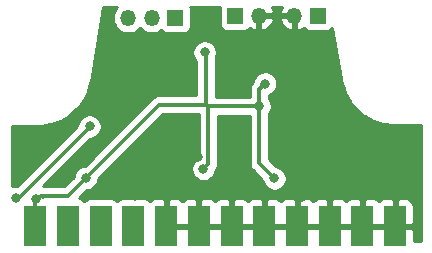
<source format=gbr>
%TF.GenerationSoftware,KiCad,Pcbnew,(5.1.6)-1*%
%TF.CreationDate,2020-08-13T12:17:14+01:00*%
%TF.ProjectId,open-amiga-sampler-smd,6f70656e-2d61-46d6-9967-612d73616d70,rev?*%
%TF.SameCoordinates,Original*%
%TF.FileFunction,Copper,L2,Bot*%
%TF.FilePolarity,Positive*%
%FSLAX46Y46*%
G04 Gerber Fmt 4.6, Leading zero omitted, Abs format (unit mm)*
G04 Created by KiCad (PCBNEW (5.1.6)-1) date 2020-08-13 12:17:14*
%MOMM*%
%LPD*%
G01*
G04 APERTURE LIST*
%TA.AperFunction,ComponentPad*%
%ADD10O,1.350000X1.350000*%
%TD*%
%TA.AperFunction,ComponentPad*%
%ADD11R,1.350000X1.350000*%
%TD*%
%TA.AperFunction,SMDPad,CuDef*%
%ADD12R,1.846667X3.480000*%
%TD*%
%TA.AperFunction,ViaPad*%
%ADD13C,0.800000*%
%TD*%
%TA.AperFunction,Conductor*%
%ADD14C,0.350000*%
%TD*%
%TA.AperFunction,Conductor*%
%ADD15C,0.250000*%
%TD*%
%TA.AperFunction,Conductor*%
%ADD16C,0.254000*%
%TD*%
G04 APERTURE END LIST*
D10*
%TO.P,RV1,3*%
%TO.N,Vo*%
X90932500Y-131381500D03*
%TO.P,RV1,2*%
X92932500Y-131381500D03*
D11*
%TO.P,RV1,1*%
%TO.N,Net-(R4-Pad1)*%
X94932500Y-131381500D03*
%TD*%
D10*
%TO.P,J2,2*%
%TO.N,GND*%
X102000000Y-131191000D03*
D11*
%TO.P,J2,1*%
%TO.N,Net-(J2-Pad1)*%
X100000000Y-131191000D03*
%TD*%
D10*
%TO.P,J1,2*%
%TO.N,GND*%
X105010200Y-131191000D03*
D11*
%TO.P,J1,1*%
%TO.N,Net-(J1-Pad1)*%
X107010200Y-131191000D03*
%TD*%
D12*
%TO.P,J3,14*%
%TO.N,VCC*%
X83063000Y-149034500D03*
%TO.P,J3,15*%
%TO.N,Net-(J3-Pad15)*%
X85833000Y-149034500D03*
%TO.P,J3,16*%
%TO.N,Net-(J3-Pad16)*%
X88603000Y-149034500D03*
%TO.P,J3,17*%
%TO.N,Net-(J3-Pad17)*%
X91373000Y-149034500D03*
%TO.P,J3,18*%
%TO.N,GND*%
X94143000Y-149034500D03*
%TO.P,J3,19*%
X96913000Y-149034500D03*
%TO.P,J3,20*%
X99683000Y-149034500D03*
%TO.P,J3,21*%
X102453000Y-149034500D03*
%TO.P,J3,22*%
X105223000Y-149034500D03*
%TO.P,J3,23*%
X107993000Y-149034500D03*
%TO.P,J3,24*%
X110763000Y-149034500D03*
%TO.P,J3,25*%
X113533000Y-149034500D03*
%TD*%
D13*
%TO.N,GND*%
X91757500Y-135445500D03*
X94869000Y-136334500D03*
X95377000Y-139827000D03*
X96647000Y-145542000D03*
X103759000Y-142113000D03*
X105664000Y-146558000D03*
X109855000Y-146367500D03*
X114617500Y-142201900D03*
X114795300Y-146291300D03*
X102108000Y-134747000D03*
X97828100Y-132359400D03*
X91884500Y-143764000D03*
X82042000Y-143319500D03*
X105981500Y-138112500D03*
X94107000Y-146494500D03*
X91503500Y-146431000D03*
X96837501Y-143192500D03*
%TO.N,VCC*%
X102028788Y-138851009D03*
X97409000Y-134302500D03*
X83121500Y-146748500D03*
X103314500Y-144970500D03*
X102520750Y-136937750D03*
X87348910Y-144934090D03*
X97300250Y-144159380D03*
%TO.N,STROBE*%
X81407000Y-146621500D03*
X87665451Y-140562869D03*
%TD*%
D14*
%TO.N,VCC*%
X97513000Y-138747500D02*
X97513000Y-134135000D01*
D15*
X83566000Y-146431000D02*
X83693000Y-146558000D01*
D14*
X83063000Y-149860000D02*
X83063000Y-146997500D01*
X83063000Y-146997500D02*
X83502500Y-146558000D01*
X102028788Y-143684788D02*
X103314500Y-144970500D01*
X102028788Y-138851009D02*
X102028788Y-143684788D01*
X99671509Y-138851009D02*
X102028788Y-138851009D01*
X97513000Y-138747500D02*
X97616509Y-138851009D01*
X97616509Y-138851009D02*
X99671509Y-138851009D01*
X97513000Y-138747500D02*
X93535500Y-138747500D01*
X85852000Y-146431000D02*
X83566000Y-146431000D01*
X93535500Y-138747500D02*
X85852000Y-146431000D01*
X102028788Y-138851009D02*
X102028788Y-137429712D01*
X102028788Y-137429712D02*
X102520750Y-136937750D01*
X97513000Y-138747500D02*
X97700249Y-138934749D01*
X97155000Y-144272000D02*
X97267620Y-144159380D01*
X97700249Y-138934749D02*
X97700249Y-143759381D01*
X97700249Y-143759381D02*
X97300250Y-144159380D01*
X97267620Y-144159380D02*
X97300250Y-144159380D01*
D15*
%TO.N,STROBE*%
X87607242Y-140675258D02*
X87607242Y-140621078D01*
X81407000Y-146875500D02*
X81407000Y-146821320D01*
X87607242Y-140621078D02*
X87665451Y-140562869D01*
X81407000Y-146821320D02*
X87265452Y-140962868D01*
X87265452Y-140962868D02*
X87665451Y-140562869D01*
%TD*%
D16*
%TO.N,GND*%
G36*
X89914956Y-130546423D02*
G01*
X89771593Y-130760982D01*
X89672842Y-130999387D01*
X89622500Y-131252476D01*
X89622500Y-131510524D01*
X89672842Y-131763613D01*
X89771593Y-132002018D01*
X89914956Y-132216577D01*
X90097423Y-132399044D01*
X90311982Y-132542407D01*
X90550387Y-132641158D01*
X90803476Y-132691500D01*
X91061524Y-132691500D01*
X91314613Y-132641158D01*
X91553018Y-132542407D01*
X91767577Y-132399044D01*
X91932500Y-132234121D01*
X92097423Y-132399044D01*
X92311982Y-132542407D01*
X92550387Y-132641158D01*
X92803476Y-132691500D01*
X93061524Y-132691500D01*
X93314613Y-132641158D01*
X93553018Y-132542407D01*
X93735013Y-132420803D01*
X93806315Y-132507685D01*
X93903006Y-132587037D01*
X94013320Y-132646002D01*
X94133018Y-132682312D01*
X94257500Y-132694572D01*
X95607500Y-132694572D01*
X95731982Y-132682312D01*
X95851680Y-132646002D01*
X95961994Y-132587037D01*
X96058685Y-132507685D01*
X96138037Y-132410994D01*
X96197002Y-132300680D01*
X96233312Y-132180982D01*
X96245572Y-132056500D01*
X96245572Y-130706500D01*
X96233312Y-130582018D01*
X96202062Y-130479000D01*
X98690572Y-130479000D01*
X98686928Y-130516000D01*
X98686928Y-131866000D01*
X98699188Y-131990482D01*
X98735498Y-132110180D01*
X98794463Y-132220494D01*
X98873815Y-132317185D01*
X98970506Y-132396537D01*
X99080820Y-132455502D01*
X99200518Y-132491812D01*
X99325000Y-132504072D01*
X100675000Y-132504072D01*
X100799482Y-132491812D01*
X100919180Y-132455502D01*
X101029494Y-132396537D01*
X101126185Y-132317185D01*
X101203119Y-132223441D01*
X101336371Y-132320473D01*
X101569472Y-132428238D01*
X101670600Y-132458910D01*
X101873000Y-132335224D01*
X101873000Y-131318000D01*
X102127000Y-131318000D01*
X102127000Y-132335224D01*
X102329400Y-132458910D01*
X102430528Y-132428238D01*
X102663629Y-132320473D01*
X102871227Y-132169303D01*
X103045344Y-131980537D01*
X103179289Y-131761430D01*
X103267915Y-131520401D01*
X103742285Y-131520401D01*
X103830911Y-131761430D01*
X103964856Y-131980537D01*
X104138973Y-132169303D01*
X104346571Y-132320473D01*
X104579672Y-132428238D01*
X104680800Y-132458910D01*
X104883200Y-132335224D01*
X104883200Y-131318000D01*
X103865115Y-131318000D01*
X103742285Y-131520401D01*
X103267915Y-131520401D01*
X103145085Y-131318000D01*
X102127000Y-131318000D01*
X101873000Y-131318000D01*
X101853000Y-131318000D01*
X101853000Y-131064000D01*
X101873000Y-131064000D01*
X101873000Y-131044000D01*
X102127000Y-131044000D01*
X102127000Y-131064000D01*
X103145085Y-131064000D01*
X103267915Y-130861599D01*
X103179289Y-130620570D01*
X103092744Y-130479000D01*
X103917456Y-130479000D01*
X103830911Y-130620570D01*
X103742285Y-130861599D01*
X103865115Y-131064000D01*
X104883200Y-131064000D01*
X104883200Y-131044000D01*
X105137200Y-131044000D01*
X105137200Y-131064000D01*
X105157200Y-131064000D01*
X105157200Y-131318000D01*
X105137200Y-131318000D01*
X105137200Y-132335224D01*
X105339600Y-132458910D01*
X105440728Y-132428238D01*
X105673829Y-132320473D01*
X105807081Y-132223441D01*
X105884015Y-132317185D01*
X105980706Y-132396537D01*
X106091020Y-132455502D01*
X106210718Y-132491812D01*
X106335200Y-132504072D01*
X107685200Y-132504072D01*
X107809682Y-132491812D01*
X107929380Y-132455502D01*
X108039694Y-132396537D01*
X108136385Y-132317185D01*
X108170166Y-132276023D01*
X109061408Y-136952801D01*
X109089983Y-137049802D01*
X109093018Y-137055591D01*
X109277322Y-137640190D01*
X109300529Y-137694602D01*
X109322510Y-137749539D01*
X109326972Y-137757999D01*
X109676022Y-138408779D01*
X109710573Y-138460376D01*
X109744386Y-138512429D01*
X109750404Y-138519859D01*
X109750407Y-138519863D01*
X109750411Y-138519867D01*
X110219210Y-139090449D01*
X110263126Y-139134354D01*
X110306406Y-139178848D01*
X110313755Y-139184970D01*
X110884460Y-139653633D01*
X110936063Y-139688169D01*
X110987165Y-139723412D01*
X110995563Y-139727990D01*
X111646430Y-140076876D01*
X111703733Y-140100720D01*
X111760731Y-140125377D01*
X111769858Y-140128236D01*
X112476095Y-140344058D01*
X112536964Y-140356323D01*
X112597641Y-140369434D01*
X112607150Y-140370466D01*
X113275746Y-140438295D01*
X113276711Y-140438588D01*
X113377347Y-140448500D01*
X115685107Y-140448500D01*
X115685100Y-150254500D01*
X115093307Y-150254500D01*
X115091333Y-149320250D01*
X114932583Y-149161500D01*
X113660000Y-149161500D01*
X113660000Y-149181500D01*
X113406000Y-149181500D01*
X113406000Y-149161500D01*
X110890000Y-149161500D01*
X110890000Y-149181500D01*
X110636000Y-149181500D01*
X110636000Y-149161500D01*
X108120000Y-149161500D01*
X108120000Y-149181500D01*
X107866000Y-149181500D01*
X107866000Y-149161500D01*
X105350000Y-149161500D01*
X105350000Y-149181500D01*
X105096000Y-149181500D01*
X105096000Y-149161500D01*
X102580000Y-149161500D01*
X102580000Y-149181500D01*
X102326000Y-149181500D01*
X102326000Y-149161500D01*
X99810000Y-149161500D01*
X99810000Y-149181500D01*
X99556000Y-149181500D01*
X99556000Y-149161500D01*
X97040000Y-149161500D01*
X97040000Y-149181500D01*
X96786000Y-149181500D01*
X96786000Y-149161500D01*
X94270000Y-149161500D01*
X94270000Y-149181500D01*
X94016000Y-149181500D01*
X94016000Y-149161500D01*
X93996000Y-149161500D01*
X93996000Y-148907500D01*
X94016000Y-148907500D01*
X94016000Y-146818250D01*
X94270000Y-146818250D01*
X94270000Y-148907500D01*
X96786000Y-148907500D01*
X96786000Y-146818250D01*
X97040000Y-146818250D01*
X97040000Y-148907500D01*
X99556000Y-148907500D01*
X99556000Y-146818250D01*
X99810000Y-146818250D01*
X99810000Y-148907500D01*
X102326000Y-148907500D01*
X102326000Y-146818250D01*
X102580000Y-146818250D01*
X102580000Y-148907500D01*
X105096000Y-148907500D01*
X105096000Y-146818250D01*
X105350000Y-146818250D01*
X105350000Y-148907500D01*
X107866000Y-148907500D01*
X107866000Y-146818250D01*
X108120000Y-146818250D01*
X108120000Y-148907500D01*
X110636000Y-148907500D01*
X110636000Y-146818250D01*
X110890000Y-146818250D01*
X110890000Y-148907500D01*
X113406000Y-148907500D01*
X113406000Y-146818250D01*
X113660000Y-146818250D01*
X113660000Y-148907500D01*
X114932583Y-148907500D01*
X115091333Y-148748750D01*
X115094405Y-147294500D01*
X115082145Y-147170018D01*
X115045835Y-147050320D01*
X114986870Y-146940006D01*
X114907518Y-146843315D01*
X114810827Y-146763963D01*
X114700513Y-146704998D01*
X114580815Y-146668688D01*
X114456333Y-146656428D01*
X113818750Y-146659500D01*
X113660000Y-146818250D01*
X113406000Y-146818250D01*
X113247250Y-146659500D01*
X112609667Y-146656428D01*
X112485185Y-146668688D01*
X112365487Y-146704998D01*
X112255173Y-146763963D01*
X112158482Y-146843315D01*
X112148000Y-146856087D01*
X112137518Y-146843315D01*
X112040827Y-146763963D01*
X111930513Y-146704998D01*
X111810815Y-146668688D01*
X111686333Y-146656428D01*
X111048750Y-146659500D01*
X110890000Y-146818250D01*
X110636000Y-146818250D01*
X110477250Y-146659500D01*
X109839667Y-146656428D01*
X109715185Y-146668688D01*
X109595487Y-146704998D01*
X109485173Y-146763963D01*
X109388482Y-146843315D01*
X109378000Y-146856087D01*
X109367518Y-146843315D01*
X109270827Y-146763963D01*
X109160513Y-146704998D01*
X109040815Y-146668688D01*
X108916333Y-146656428D01*
X108278750Y-146659500D01*
X108120000Y-146818250D01*
X107866000Y-146818250D01*
X107707250Y-146659500D01*
X107069667Y-146656428D01*
X106945185Y-146668688D01*
X106825487Y-146704998D01*
X106715173Y-146763963D01*
X106618482Y-146843315D01*
X106608000Y-146856087D01*
X106597518Y-146843315D01*
X106500827Y-146763963D01*
X106390513Y-146704998D01*
X106270815Y-146668688D01*
X106146333Y-146656428D01*
X105508750Y-146659500D01*
X105350000Y-146818250D01*
X105096000Y-146818250D01*
X104937250Y-146659500D01*
X104299667Y-146656428D01*
X104175185Y-146668688D01*
X104055487Y-146704998D01*
X103945173Y-146763963D01*
X103848482Y-146843315D01*
X103838000Y-146856087D01*
X103827518Y-146843315D01*
X103730827Y-146763963D01*
X103620513Y-146704998D01*
X103500815Y-146668688D01*
X103376333Y-146656428D01*
X102738750Y-146659500D01*
X102580000Y-146818250D01*
X102326000Y-146818250D01*
X102167250Y-146659500D01*
X101529667Y-146656428D01*
X101405185Y-146668688D01*
X101285487Y-146704998D01*
X101175173Y-146763963D01*
X101078482Y-146843315D01*
X101068000Y-146856087D01*
X101057518Y-146843315D01*
X100960827Y-146763963D01*
X100850513Y-146704998D01*
X100730815Y-146668688D01*
X100606333Y-146656428D01*
X99968750Y-146659500D01*
X99810000Y-146818250D01*
X99556000Y-146818250D01*
X99397250Y-146659500D01*
X98759667Y-146656428D01*
X98635185Y-146668688D01*
X98515487Y-146704998D01*
X98405173Y-146763963D01*
X98308482Y-146843315D01*
X98298000Y-146856087D01*
X98287518Y-146843315D01*
X98190827Y-146763963D01*
X98080513Y-146704998D01*
X97960815Y-146668688D01*
X97836333Y-146656428D01*
X97198750Y-146659500D01*
X97040000Y-146818250D01*
X96786000Y-146818250D01*
X96627250Y-146659500D01*
X95989667Y-146656428D01*
X95865185Y-146668688D01*
X95745487Y-146704998D01*
X95635173Y-146763963D01*
X95538482Y-146843315D01*
X95528000Y-146856087D01*
X95517518Y-146843315D01*
X95420827Y-146763963D01*
X95310513Y-146704998D01*
X95190815Y-146668688D01*
X95066333Y-146656428D01*
X94428750Y-146659500D01*
X94270000Y-146818250D01*
X94016000Y-146818250D01*
X93857250Y-146659500D01*
X93219667Y-146656428D01*
X93095185Y-146668688D01*
X92975487Y-146704998D01*
X92865173Y-146763963D01*
X92768482Y-146843315D01*
X92758000Y-146856087D01*
X92747518Y-146843315D01*
X92650827Y-146763963D01*
X92540513Y-146704998D01*
X92420815Y-146668688D01*
X92296333Y-146656428D01*
X90449667Y-146656428D01*
X90325185Y-146668688D01*
X90205487Y-146704998D01*
X90095173Y-146763963D01*
X89998482Y-146843315D01*
X89988000Y-146856087D01*
X89977518Y-146843315D01*
X89880827Y-146763963D01*
X89770513Y-146704998D01*
X89650815Y-146668688D01*
X89526333Y-146656428D01*
X87679667Y-146656428D01*
X87555185Y-146668688D01*
X87435487Y-146704998D01*
X87325173Y-146763963D01*
X87228482Y-146843315D01*
X87218000Y-146856087D01*
X87207518Y-146843315D01*
X87110827Y-146763963D01*
X87000513Y-146704998D01*
X86880815Y-146668688D01*
X86770672Y-146657840D01*
X87461551Y-145966961D01*
X87650808Y-145929316D01*
X87839166Y-145851295D01*
X88008684Y-145738027D01*
X88152847Y-145593864D01*
X88266115Y-145424346D01*
X88344136Y-145235988D01*
X88381781Y-145046731D01*
X93871013Y-139557500D01*
X96890249Y-139557500D01*
X96890250Y-143208932D01*
X96809994Y-143242175D01*
X96640476Y-143355443D01*
X96496313Y-143499606D01*
X96383045Y-143669124D01*
X96305024Y-143857482D01*
X96265250Y-144057441D01*
X96265250Y-144261319D01*
X96305024Y-144461278D01*
X96383045Y-144649636D01*
X96496313Y-144819154D01*
X96640476Y-144963317D01*
X96809994Y-145076585D01*
X96998352Y-145154606D01*
X97198311Y-145194380D01*
X97402189Y-145194380D01*
X97602148Y-145154606D01*
X97790506Y-145076585D01*
X97960024Y-144963317D01*
X98104187Y-144819154D01*
X98217455Y-144649636D01*
X98295476Y-144461278D01*
X98334956Y-144262799D01*
X98376998Y-144211570D01*
X98452212Y-144070854D01*
X98498529Y-143918169D01*
X98510249Y-143799172D01*
X98510249Y-143799170D01*
X98514168Y-143759382D01*
X98510249Y-143719594D01*
X98510249Y-139661009D01*
X101218788Y-139661009D01*
X101218789Y-143644990D01*
X101214869Y-143684788D01*
X101228168Y-143819811D01*
X101230509Y-143843576D01*
X101247349Y-143899090D01*
X101276826Y-143996261D01*
X101352039Y-144136977D01*
X101376320Y-144166563D01*
X101453261Y-144260316D01*
X101484171Y-144285683D01*
X102281629Y-145083141D01*
X102319274Y-145272398D01*
X102397295Y-145460756D01*
X102510563Y-145630274D01*
X102654726Y-145774437D01*
X102824244Y-145887705D01*
X103012602Y-145965726D01*
X103212561Y-146005500D01*
X103416439Y-146005500D01*
X103616398Y-145965726D01*
X103804756Y-145887705D01*
X103974274Y-145774437D01*
X104118437Y-145630274D01*
X104231705Y-145460756D01*
X104309726Y-145272398D01*
X104349500Y-145072439D01*
X104349500Y-144868561D01*
X104309726Y-144668602D01*
X104231705Y-144480244D01*
X104118437Y-144310726D01*
X103974274Y-144166563D01*
X103804756Y-144053295D01*
X103616398Y-143975274D01*
X103427141Y-143937629D01*
X102838788Y-143349276D01*
X102838788Y-139501709D01*
X102945993Y-139341265D01*
X103024014Y-139152907D01*
X103063788Y-138952948D01*
X103063788Y-138749070D01*
X103024014Y-138549111D01*
X102945993Y-138360753D01*
X102838788Y-138200309D01*
X102838788Y-137926291D01*
X103011006Y-137854955D01*
X103180524Y-137741687D01*
X103324687Y-137597524D01*
X103437955Y-137428006D01*
X103515976Y-137239648D01*
X103555750Y-137039689D01*
X103555750Y-136835811D01*
X103515976Y-136635852D01*
X103437955Y-136447494D01*
X103324687Y-136277976D01*
X103180524Y-136133813D01*
X103011006Y-136020545D01*
X102822648Y-135942524D01*
X102622689Y-135902750D01*
X102418811Y-135902750D01*
X102218852Y-135942524D01*
X102030494Y-136020545D01*
X101860976Y-136133813D01*
X101716813Y-136277976D01*
X101603545Y-136447494D01*
X101525524Y-136635852D01*
X101487879Y-136825109D01*
X101484171Y-136828817D01*
X101453261Y-136854184D01*
X101427896Y-136885092D01*
X101352039Y-136977523D01*
X101307940Y-137060028D01*
X101276826Y-137118239D01*
X101230509Y-137270924D01*
X101229093Y-137285302D01*
X101214869Y-137429712D01*
X101218789Y-137469510D01*
X101218789Y-138041009D01*
X98323000Y-138041009D01*
X98323000Y-134797553D01*
X98326205Y-134792756D01*
X98404226Y-134604398D01*
X98444000Y-134404439D01*
X98444000Y-134200561D01*
X98404226Y-134000602D01*
X98326205Y-133812244D01*
X98212937Y-133642726D01*
X98068774Y-133498563D01*
X97899256Y-133385295D01*
X97710898Y-133307274D01*
X97510939Y-133267500D01*
X97307061Y-133267500D01*
X97107102Y-133307274D01*
X96918744Y-133385295D01*
X96749226Y-133498563D01*
X96605063Y-133642726D01*
X96491795Y-133812244D01*
X96413774Y-134000602D01*
X96374000Y-134200561D01*
X96374000Y-134404439D01*
X96413774Y-134604398D01*
X96491795Y-134792756D01*
X96605063Y-134962274D01*
X96703001Y-135060212D01*
X96703000Y-137937500D01*
X93575288Y-137937500D01*
X93535500Y-137933581D01*
X93495712Y-137937500D01*
X93495709Y-137937500D01*
X93376712Y-137949220D01*
X93224027Y-137995537D01*
X93168498Y-138025218D01*
X93083310Y-138070751D01*
X93039798Y-138106461D01*
X92959972Y-138171972D01*
X92934605Y-138202882D01*
X87236269Y-143901219D01*
X87047012Y-143938864D01*
X86858654Y-144016885D01*
X86689136Y-144130153D01*
X86544973Y-144274316D01*
X86431705Y-144443834D01*
X86353684Y-144632192D01*
X86316039Y-144821449D01*
X85516488Y-145621000D01*
X83682121Y-145621000D01*
X87705253Y-141597869D01*
X87767390Y-141597869D01*
X87967349Y-141558095D01*
X88155707Y-141480074D01*
X88325225Y-141366806D01*
X88469388Y-141222643D01*
X88582656Y-141053125D01*
X88660677Y-140864767D01*
X88700451Y-140664808D01*
X88700451Y-140460930D01*
X88660677Y-140260971D01*
X88582656Y-140072613D01*
X88469388Y-139903095D01*
X88325225Y-139758932D01*
X88155707Y-139645664D01*
X87967349Y-139567643D01*
X87767390Y-139527869D01*
X87563512Y-139527869D01*
X87363553Y-139567643D01*
X87175195Y-139645664D01*
X87005677Y-139758932D01*
X86861514Y-139903095D01*
X86748246Y-140072613D01*
X86670225Y-140260971D01*
X86630451Y-140460930D01*
X86630451Y-140523067D01*
X81557383Y-145596136D01*
X81508939Y-145586500D01*
X81305061Y-145586500D01*
X81105102Y-145626274D01*
X81076000Y-145638329D01*
X81076000Y-140512000D01*
X83421846Y-140512000D01*
X83431814Y-140511018D01*
X83478318Y-140509660D01*
X83509940Y-140505624D01*
X83541806Y-140504845D01*
X83551291Y-140503613D01*
X84288139Y-140402671D01*
X84348524Y-140388285D01*
X84409123Y-140374739D01*
X84418188Y-140371688D01*
X85121397Y-140129547D01*
X85177857Y-140103697D01*
X85234651Y-140078647D01*
X85242951Y-140073894D01*
X85885735Y-139699777D01*
X85936098Y-139663453D01*
X85986946Y-139627848D01*
X85994164Y-139621574D01*
X86552041Y-139129731D01*
X86594403Y-139084302D01*
X86637352Y-139039514D01*
X86643214Y-139031957D01*
X87094933Y-138441123D01*
X87127636Y-138388377D01*
X87161098Y-138336053D01*
X87165380Y-138327502D01*
X87493736Y-137660181D01*
X87515574Y-137602080D01*
X87538233Y-137544260D01*
X87540773Y-137535039D01*
X87715801Y-136881800D01*
X87715803Y-136881797D01*
X87727629Y-136837657D01*
X87733258Y-136816649D01*
X87733260Y-136816638D01*
X87741972Y-136784119D01*
X88782701Y-130479000D01*
X89982379Y-130479000D01*
X89914956Y-130546423D01*
G37*
X89914956Y-130546423D02*
X89771593Y-130760982D01*
X89672842Y-130999387D01*
X89622500Y-131252476D01*
X89622500Y-131510524D01*
X89672842Y-131763613D01*
X89771593Y-132002018D01*
X89914956Y-132216577D01*
X90097423Y-132399044D01*
X90311982Y-132542407D01*
X90550387Y-132641158D01*
X90803476Y-132691500D01*
X91061524Y-132691500D01*
X91314613Y-132641158D01*
X91553018Y-132542407D01*
X91767577Y-132399044D01*
X91932500Y-132234121D01*
X92097423Y-132399044D01*
X92311982Y-132542407D01*
X92550387Y-132641158D01*
X92803476Y-132691500D01*
X93061524Y-132691500D01*
X93314613Y-132641158D01*
X93553018Y-132542407D01*
X93735013Y-132420803D01*
X93806315Y-132507685D01*
X93903006Y-132587037D01*
X94013320Y-132646002D01*
X94133018Y-132682312D01*
X94257500Y-132694572D01*
X95607500Y-132694572D01*
X95731982Y-132682312D01*
X95851680Y-132646002D01*
X95961994Y-132587037D01*
X96058685Y-132507685D01*
X96138037Y-132410994D01*
X96197002Y-132300680D01*
X96233312Y-132180982D01*
X96245572Y-132056500D01*
X96245572Y-130706500D01*
X96233312Y-130582018D01*
X96202062Y-130479000D01*
X98690572Y-130479000D01*
X98686928Y-130516000D01*
X98686928Y-131866000D01*
X98699188Y-131990482D01*
X98735498Y-132110180D01*
X98794463Y-132220494D01*
X98873815Y-132317185D01*
X98970506Y-132396537D01*
X99080820Y-132455502D01*
X99200518Y-132491812D01*
X99325000Y-132504072D01*
X100675000Y-132504072D01*
X100799482Y-132491812D01*
X100919180Y-132455502D01*
X101029494Y-132396537D01*
X101126185Y-132317185D01*
X101203119Y-132223441D01*
X101336371Y-132320473D01*
X101569472Y-132428238D01*
X101670600Y-132458910D01*
X101873000Y-132335224D01*
X101873000Y-131318000D01*
X102127000Y-131318000D01*
X102127000Y-132335224D01*
X102329400Y-132458910D01*
X102430528Y-132428238D01*
X102663629Y-132320473D01*
X102871227Y-132169303D01*
X103045344Y-131980537D01*
X103179289Y-131761430D01*
X103267915Y-131520401D01*
X103742285Y-131520401D01*
X103830911Y-131761430D01*
X103964856Y-131980537D01*
X104138973Y-132169303D01*
X104346571Y-132320473D01*
X104579672Y-132428238D01*
X104680800Y-132458910D01*
X104883200Y-132335224D01*
X104883200Y-131318000D01*
X103865115Y-131318000D01*
X103742285Y-131520401D01*
X103267915Y-131520401D01*
X103145085Y-131318000D01*
X102127000Y-131318000D01*
X101873000Y-131318000D01*
X101853000Y-131318000D01*
X101853000Y-131064000D01*
X101873000Y-131064000D01*
X101873000Y-131044000D01*
X102127000Y-131044000D01*
X102127000Y-131064000D01*
X103145085Y-131064000D01*
X103267915Y-130861599D01*
X103179289Y-130620570D01*
X103092744Y-130479000D01*
X103917456Y-130479000D01*
X103830911Y-130620570D01*
X103742285Y-130861599D01*
X103865115Y-131064000D01*
X104883200Y-131064000D01*
X104883200Y-131044000D01*
X105137200Y-131044000D01*
X105137200Y-131064000D01*
X105157200Y-131064000D01*
X105157200Y-131318000D01*
X105137200Y-131318000D01*
X105137200Y-132335224D01*
X105339600Y-132458910D01*
X105440728Y-132428238D01*
X105673829Y-132320473D01*
X105807081Y-132223441D01*
X105884015Y-132317185D01*
X105980706Y-132396537D01*
X106091020Y-132455502D01*
X106210718Y-132491812D01*
X106335200Y-132504072D01*
X107685200Y-132504072D01*
X107809682Y-132491812D01*
X107929380Y-132455502D01*
X108039694Y-132396537D01*
X108136385Y-132317185D01*
X108170166Y-132276023D01*
X109061408Y-136952801D01*
X109089983Y-137049802D01*
X109093018Y-137055591D01*
X109277322Y-137640190D01*
X109300529Y-137694602D01*
X109322510Y-137749539D01*
X109326972Y-137757999D01*
X109676022Y-138408779D01*
X109710573Y-138460376D01*
X109744386Y-138512429D01*
X109750404Y-138519859D01*
X109750407Y-138519863D01*
X109750411Y-138519867D01*
X110219210Y-139090449D01*
X110263126Y-139134354D01*
X110306406Y-139178848D01*
X110313755Y-139184970D01*
X110884460Y-139653633D01*
X110936063Y-139688169D01*
X110987165Y-139723412D01*
X110995563Y-139727990D01*
X111646430Y-140076876D01*
X111703733Y-140100720D01*
X111760731Y-140125377D01*
X111769858Y-140128236D01*
X112476095Y-140344058D01*
X112536964Y-140356323D01*
X112597641Y-140369434D01*
X112607150Y-140370466D01*
X113275746Y-140438295D01*
X113276711Y-140438588D01*
X113377347Y-140448500D01*
X115685107Y-140448500D01*
X115685100Y-150254500D01*
X115093307Y-150254500D01*
X115091333Y-149320250D01*
X114932583Y-149161500D01*
X113660000Y-149161500D01*
X113660000Y-149181500D01*
X113406000Y-149181500D01*
X113406000Y-149161500D01*
X110890000Y-149161500D01*
X110890000Y-149181500D01*
X110636000Y-149181500D01*
X110636000Y-149161500D01*
X108120000Y-149161500D01*
X108120000Y-149181500D01*
X107866000Y-149181500D01*
X107866000Y-149161500D01*
X105350000Y-149161500D01*
X105350000Y-149181500D01*
X105096000Y-149181500D01*
X105096000Y-149161500D01*
X102580000Y-149161500D01*
X102580000Y-149181500D01*
X102326000Y-149181500D01*
X102326000Y-149161500D01*
X99810000Y-149161500D01*
X99810000Y-149181500D01*
X99556000Y-149181500D01*
X99556000Y-149161500D01*
X97040000Y-149161500D01*
X97040000Y-149181500D01*
X96786000Y-149181500D01*
X96786000Y-149161500D01*
X94270000Y-149161500D01*
X94270000Y-149181500D01*
X94016000Y-149181500D01*
X94016000Y-149161500D01*
X93996000Y-149161500D01*
X93996000Y-148907500D01*
X94016000Y-148907500D01*
X94016000Y-146818250D01*
X94270000Y-146818250D01*
X94270000Y-148907500D01*
X96786000Y-148907500D01*
X96786000Y-146818250D01*
X97040000Y-146818250D01*
X97040000Y-148907500D01*
X99556000Y-148907500D01*
X99556000Y-146818250D01*
X99810000Y-146818250D01*
X99810000Y-148907500D01*
X102326000Y-148907500D01*
X102326000Y-146818250D01*
X102580000Y-146818250D01*
X102580000Y-148907500D01*
X105096000Y-148907500D01*
X105096000Y-146818250D01*
X105350000Y-146818250D01*
X105350000Y-148907500D01*
X107866000Y-148907500D01*
X107866000Y-146818250D01*
X108120000Y-146818250D01*
X108120000Y-148907500D01*
X110636000Y-148907500D01*
X110636000Y-146818250D01*
X110890000Y-146818250D01*
X110890000Y-148907500D01*
X113406000Y-148907500D01*
X113406000Y-146818250D01*
X113660000Y-146818250D01*
X113660000Y-148907500D01*
X114932583Y-148907500D01*
X115091333Y-148748750D01*
X115094405Y-147294500D01*
X115082145Y-147170018D01*
X115045835Y-147050320D01*
X114986870Y-146940006D01*
X114907518Y-146843315D01*
X114810827Y-146763963D01*
X114700513Y-146704998D01*
X114580815Y-146668688D01*
X114456333Y-146656428D01*
X113818750Y-146659500D01*
X113660000Y-146818250D01*
X113406000Y-146818250D01*
X113247250Y-146659500D01*
X112609667Y-146656428D01*
X112485185Y-146668688D01*
X112365487Y-146704998D01*
X112255173Y-146763963D01*
X112158482Y-146843315D01*
X112148000Y-146856087D01*
X112137518Y-146843315D01*
X112040827Y-146763963D01*
X111930513Y-146704998D01*
X111810815Y-146668688D01*
X111686333Y-146656428D01*
X111048750Y-146659500D01*
X110890000Y-146818250D01*
X110636000Y-146818250D01*
X110477250Y-146659500D01*
X109839667Y-146656428D01*
X109715185Y-146668688D01*
X109595487Y-146704998D01*
X109485173Y-146763963D01*
X109388482Y-146843315D01*
X109378000Y-146856087D01*
X109367518Y-146843315D01*
X109270827Y-146763963D01*
X109160513Y-146704998D01*
X109040815Y-146668688D01*
X108916333Y-146656428D01*
X108278750Y-146659500D01*
X108120000Y-146818250D01*
X107866000Y-146818250D01*
X107707250Y-146659500D01*
X107069667Y-146656428D01*
X106945185Y-146668688D01*
X106825487Y-146704998D01*
X106715173Y-146763963D01*
X106618482Y-146843315D01*
X106608000Y-146856087D01*
X106597518Y-146843315D01*
X106500827Y-146763963D01*
X106390513Y-146704998D01*
X106270815Y-146668688D01*
X106146333Y-146656428D01*
X105508750Y-146659500D01*
X105350000Y-146818250D01*
X105096000Y-146818250D01*
X104937250Y-146659500D01*
X104299667Y-146656428D01*
X104175185Y-146668688D01*
X104055487Y-146704998D01*
X103945173Y-146763963D01*
X103848482Y-146843315D01*
X103838000Y-146856087D01*
X103827518Y-146843315D01*
X103730827Y-146763963D01*
X103620513Y-146704998D01*
X103500815Y-146668688D01*
X103376333Y-146656428D01*
X102738750Y-146659500D01*
X102580000Y-146818250D01*
X102326000Y-146818250D01*
X102167250Y-146659500D01*
X101529667Y-146656428D01*
X101405185Y-146668688D01*
X101285487Y-146704998D01*
X101175173Y-146763963D01*
X101078482Y-146843315D01*
X101068000Y-146856087D01*
X101057518Y-146843315D01*
X100960827Y-146763963D01*
X100850513Y-146704998D01*
X100730815Y-146668688D01*
X100606333Y-146656428D01*
X99968750Y-146659500D01*
X99810000Y-146818250D01*
X99556000Y-146818250D01*
X99397250Y-146659500D01*
X98759667Y-146656428D01*
X98635185Y-146668688D01*
X98515487Y-146704998D01*
X98405173Y-146763963D01*
X98308482Y-146843315D01*
X98298000Y-146856087D01*
X98287518Y-146843315D01*
X98190827Y-146763963D01*
X98080513Y-146704998D01*
X97960815Y-146668688D01*
X97836333Y-146656428D01*
X97198750Y-146659500D01*
X97040000Y-146818250D01*
X96786000Y-146818250D01*
X96627250Y-146659500D01*
X95989667Y-146656428D01*
X95865185Y-146668688D01*
X95745487Y-146704998D01*
X95635173Y-146763963D01*
X95538482Y-146843315D01*
X95528000Y-146856087D01*
X95517518Y-146843315D01*
X95420827Y-146763963D01*
X95310513Y-146704998D01*
X95190815Y-146668688D01*
X95066333Y-146656428D01*
X94428750Y-146659500D01*
X94270000Y-146818250D01*
X94016000Y-146818250D01*
X93857250Y-146659500D01*
X93219667Y-146656428D01*
X93095185Y-146668688D01*
X92975487Y-146704998D01*
X92865173Y-146763963D01*
X92768482Y-146843315D01*
X92758000Y-146856087D01*
X92747518Y-146843315D01*
X92650827Y-146763963D01*
X92540513Y-146704998D01*
X92420815Y-146668688D01*
X92296333Y-146656428D01*
X90449667Y-146656428D01*
X90325185Y-146668688D01*
X90205487Y-146704998D01*
X90095173Y-146763963D01*
X89998482Y-146843315D01*
X89988000Y-146856087D01*
X89977518Y-146843315D01*
X89880827Y-146763963D01*
X89770513Y-146704998D01*
X89650815Y-146668688D01*
X89526333Y-146656428D01*
X87679667Y-146656428D01*
X87555185Y-146668688D01*
X87435487Y-146704998D01*
X87325173Y-146763963D01*
X87228482Y-146843315D01*
X87218000Y-146856087D01*
X87207518Y-146843315D01*
X87110827Y-146763963D01*
X87000513Y-146704998D01*
X86880815Y-146668688D01*
X86770672Y-146657840D01*
X87461551Y-145966961D01*
X87650808Y-145929316D01*
X87839166Y-145851295D01*
X88008684Y-145738027D01*
X88152847Y-145593864D01*
X88266115Y-145424346D01*
X88344136Y-145235988D01*
X88381781Y-145046731D01*
X93871013Y-139557500D01*
X96890249Y-139557500D01*
X96890250Y-143208932D01*
X96809994Y-143242175D01*
X96640476Y-143355443D01*
X96496313Y-143499606D01*
X96383045Y-143669124D01*
X96305024Y-143857482D01*
X96265250Y-144057441D01*
X96265250Y-144261319D01*
X96305024Y-144461278D01*
X96383045Y-144649636D01*
X96496313Y-144819154D01*
X96640476Y-144963317D01*
X96809994Y-145076585D01*
X96998352Y-145154606D01*
X97198311Y-145194380D01*
X97402189Y-145194380D01*
X97602148Y-145154606D01*
X97790506Y-145076585D01*
X97960024Y-144963317D01*
X98104187Y-144819154D01*
X98217455Y-144649636D01*
X98295476Y-144461278D01*
X98334956Y-144262799D01*
X98376998Y-144211570D01*
X98452212Y-144070854D01*
X98498529Y-143918169D01*
X98510249Y-143799172D01*
X98510249Y-143799170D01*
X98514168Y-143759382D01*
X98510249Y-143719594D01*
X98510249Y-139661009D01*
X101218788Y-139661009D01*
X101218789Y-143644990D01*
X101214869Y-143684788D01*
X101228168Y-143819811D01*
X101230509Y-143843576D01*
X101247349Y-143899090D01*
X101276826Y-143996261D01*
X101352039Y-144136977D01*
X101376320Y-144166563D01*
X101453261Y-144260316D01*
X101484171Y-144285683D01*
X102281629Y-145083141D01*
X102319274Y-145272398D01*
X102397295Y-145460756D01*
X102510563Y-145630274D01*
X102654726Y-145774437D01*
X102824244Y-145887705D01*
X103012602Y-145965726D01*
X103212561Y-146005500D01*
X103416439Y-146005500D01*
X103616398Y-145965726D01*
X103804756Y-145887705D01*
X103974274Y-145774437D01*
X104118437Y-145630274D01*
X104231705Y-145460756D01*
X104309726Y-145272398D01*
X104349500Y-145072439D01*
X104349500Y-144868561D01*
X104309726Y-144668602D01*
X104231705Y-144480244D01*
X104118437Y-144310726D01*
X103974274Y-144166563D01*
X103804756Y-144053295D01*
X103616398Y-143975274D01*
X103427141Y-143937629D01*
X102838788Y-143349276D01*
X102838788Y-139501709D01*
X102945993Y-139341265D01*
X103024014Y-139152907D01*
X103063788Y-138952948D01*
X103063788Y-138749070D01*
X103024014Y-138549111D01*
X102945993Y-138360753D01*
X102838788Y-138200309D01*
X102838788Y-137926291D01*
X103011006Y-137854955D01*
X103180524Y-137741687D01*
X103324687Y-137597524D01*
X103437955Y-137428006D01*
X103515976Y-137239648D01*
X103555750Y-137039689D01*
X103555750Y-136835811D01*
X103515976Y-136635852D01*
X103437955Y-136447494D01*
X103324687Y-136277976D01*
X103180524Y-136133813D01*
X103011006Y-136020545D01*
X102822648Y-135942524D01*
X102622689Y-135902750D01*
X102418811Y-135902750D01*
X102218852Y-135942524D01*
X102030494Y-136020545D01*
X101860976Y-136133813D01*
X101716813Y-136277976D01*
X101603545Y-136447494D01*
X101525524Y-136635852D01*
X101487879Y-136825109D01*
X101484171Y-136828817D01*
X101453261Y-136854184D01*
X101427896Y-136885092D01*
X101352039Y-136977523D01*
X101307940Y-137060028D01*
X101276826Y-137118239D01*
X101230509Y-137270924D01*
X101229093Y-137285302D01*
X101214869Y-137429712D01*
X101218789Y-137469510D01*
X101218789Y-138041009D01*
X98323000Y-138041009D01*
X98323000Y-134797553D01*
X98326205Y-134792756D01*
X98404226Y-134604398D01*
X98444000Y-134404439D01*
X98444000Y-134200561D01*
X98404226Y-134000602D01*
X98326205Y-133812244D01*
X98212937Y-133642726D01*
X98068774Y-133498563D01*
X97899256Y-133385295D01*
X97710898Y-133307274D01*
X97510939Y-133267500D01*
X97307061Y-133267500D01*
X97107102Y-133307274D01*
X96918744Y-133385295D01*
X96749226Y-133498563D01*
X96605063Y-133642726D01*
X96491795Y-133812244D01*
X96413774Y-134000602D01*
X96374000Y-134200561D01*
X96374000Y-134404439D01*
X96413774Y-134604398D01*
X96491795Y-134792756D01*
X96605063Y-134962274D01*
X96703001Y-135060212D01*
X96703000Y-137937500D01*
X93575288Y-137937500D01*
X93535500Y-137933581D01*
X93495712Y-137937500D01*
X93495709Y-137937500D01*
X93376712Y-137949220D01*
X93224027Y-137995537D01*
X93168498Y-138025218D01*
X93083310Y-138070751D01*
X93039798Y-138106461D01*
X92959972Y-138171972D01*
X92934605Y-138202882D01*
X87236269Y-143901219D01*
X87047012Y-143938864D01*
X86858654Y-144016885D01*
X86689136Y-144130153D01*
X86544973Y-144274316D01*
X86431705Y-144443834D01*
X86353684Y-144632192D01*
X86316039Y-144821449D01*
X85516488Y-145621000D01*
X83682121Y-145621000D01*
X87705253Y-141597869D01*
X87767390Y-141597869D01*
X87967349Y-141558095D01*
X88155707Y-141480074D01*
X88325225Y-141366806D01*
X88469388Y-141222643D01*
X88582656Y-141053125D01*
X88660677Y-140864767D01*
X88700451Y-140664808D01*
X88700451Y-140460930D01*
X88660677Y-140260971D01*
X88582656Y-140072613D01*
X88469388Y-139903095D01*
X88325225Y-139758932D01*
X88155707Y-139645664D01*
X87967349Y-139567643D01*
X87767390Y-139527869D01*
X87563512Y-139527869D01*
X87363553Y-139567643D01*
X87175195Y-139645664D01*
X87005677Y-139758932D01*
X86861514Y-139903095D01*
X86748246Y-140072613D01*
X86670225Y-140260971D01*
X86630451Y-140460930D01*
X86630451Y-140523067D01*
X81557383Y-145596136D01*
X81508939Y-145586500D01*
X81305061Y-145586500D01*
X81105102Y-145626274D01*
X81076000Y-145638329D01*
X81076000Y-140512000D01*
X83421846Y-140512000D01*
X83431814Y-140511018D01*
X83478318Y-140509660D01*
X83509940Y-140505624D01*
X83541806Y-140504845D01*
X83551291Y-140503613D01*
X84288139Y-140402671D01*
X84348524Y-140388285D01*
X84409123Y-140374739D01*
X84418188Y-140371688D01*
X85121397Y-140129547D01*
X85177857Y-140103697D01*
X85234651Y-140078647D01*
X85242951Y-140073894D01*
X85885735Y-139699777D01*
X85936098Y-139663453D01*
X85986946Y-139627848D01*
X85994164Y-139621574D01*
X86552041Y-139129731D01*
X86594403Y-139084302D01*
X86637352Y-139039514D01*
X86643214Y-139031957D01*
X87094933Y-138441123D01*
X87127636Y-138388377D01*
X87161098Y-138336053D01*
X87165380Y-138327502D01*
X87493736Y-137660181D01*
X87515574Y-137602080D01*
X87538233Y-137544260D01*
X87540773Y-137535039D01*
X87715801Y-136881800D01*
X87715803Y-136881797D01*
X87727629Y-136837657D01*
X87733258Y-136816649D01*
X87733260Y-136816638D01*
X87741972Y-136784119D01*
X88782701Y-130479000D01*
X89982379Y-130479000D01*
X89914956Y-130546423D01*
%TD*%
M02*

</source>
